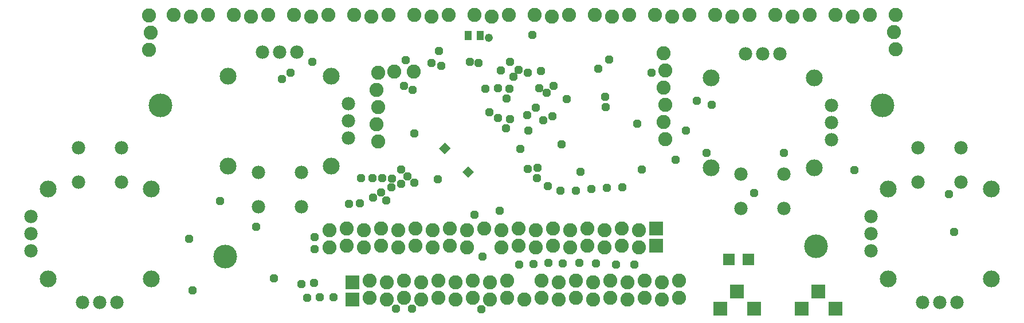
<source format=gbs>
G75*
G70*
%OFA0B0*%
%FSLAX24Y24*%
%IPPOS*%
%LPD*%
%AMOC8*
5,1,8,0,0,1.08239X$1,22.5*
%
%ADD10R,0.0395X0.0552*%
%ADD11R,0.0477X0.0477*%
%ADD12C,0.0980*%
%ADD13C,0.0780*%
%ADD14C,0.0820*%
%ADD15R,0.0674X0.0674*%
%ADD16R,0.0789X0.0789*%
%ADD17R,0.0820X0.0820*%
%ADD18C,0.1380*%
%ADD19C,0.0476*%
%ADD20OC8,0.0476*%
D10*
X032104Y024729D03*
X032813Y024729D03*
D11*
G36*
X030764Y017819D02*
X030428Y018155D01*
X030764Y018491D01*
X031100Y018155D01*
X030764Y017819D01*
G37*
G36*
X032123Y016461D02*
X031787Y016797D01*
X032123Y017133D01*
X032459Y016797D01*
X032123Y016461D01*
G37*
D12*
X024152Y017127D03*
X018152Y017127D03*
X013691Y015815D03*
X007691Y015815D03*
X007691Y010565D03*
X013691Y010565D03*
X018152Y022377D03*
X024152Y022377D03*
X046239Y022274D03*
X052239Y022274D03*
X052239Y017024D03*
X056545Y015815D03*
X062545Y015815D03*
X062545Y010565D03*
X056545Y010565D03*
X046239Y017024D03*
D13*
X009691Y009190D03*
X010691Y009190D03*
X011691Y009190D03*
X006691Y012190D03*
X006691Y013190D03*
X006691Y014190D03*
X009441Y016190D03*
X011941Y016190D03*
X011941Y018190D03*
X009441Y018190D03*
X019902Y016752D03*
X022402Y016752D03*
X022402Y014752D03*
X019902Y014752D03*
X025152Y018752D03*
X025152Y019752D03*
X025152Y020752D03*
X022152Y023752D03*
X021152Y023752D03*
X020152Y023752D03*
X047989Y016649D03*
X050489Y016649D03*
X050489Y014649D03*
X047989Y014649D03*
X053239Y018649D03*
X053239Y019649D03*
X053239Y020649D03*
X058295Y018190D03*
X060795Y018190D03*
X060795Y016190D03*
X058295Y016190D03*
X055545Y014190D03*
X055545Y013190D03*
X055545Y012190D03*
X058545Y009190D03*
X059545Y009190D03*
X060545Y009190D03*
X050239Y023649D03*
X049239Y023649D03*
X048239Y023649D03*
D14*
X048491Y025940D03*
X047491Y025840D03*
X046491Y025940D03*
X044991Y025940D03*
X043991Y025840D03*
X042991Y025940D03*
X041491Y025940D03*
X040491Y025840D03*
X039491Y025940D03*
X037991Y025940D03*
X036991Y025840D03*
X035991Y025940D03*
X034491Y025940D03*
X033491Y025840D03*
X032491Y025940D03*
X030991Y025940D03*
X029991Y025840D03*
X028991Y025940D03*
X027491Y025940D03*
X026491Y025840D03*
X025491Y025940D03*
X023991Y025940D03*
X022991Y025840D03*
X021991Y025940D03*
X020491Y025940D03*
X019491Y025840D03*
X018491Y025940D03*
X016991Y025940D03*
X015991Y025840D03*
X014991Y025940D03*
X013555Y025911D03*
X013655Y024911D03*
X013555Y023911D03*
X026899Y022574D03*
X027821Y022640D03*
X028961Y022640D03*
X026799Y021574D03*
X026899Y020574D03*
X026799Y019574D03*
X026899Y018574D03*
X027039Y013490D03*
X028039Y013390D03*
X029039Y013490D03*
X030039Y013390D03*
X031039Y013490D03*
X032039Y013390D03*
X033039Y013490D03*
X034039Y013390D03*
X035039Y013490D03*
X036039Y013390D03*
X037039Y013490D03*
X038039Y013390D03*
X039039Y013490D03*
X040039Y013390D03*
X041039Y013490D03*
X042039Y013390D03*
X042039Y012390D03*
X041039Y012490D03*
X040039Y012390D03*
X039039Y012490D03*
X038039Y012390D03*
X037039Y012490D03*
X036039Y012390D03*
X035039Y012490D03*
X034039Y012390D03*
X032039Y012390D03*
X031039Y012490D03*
X030039Y012390D03*
X029039Y012490D03*
X028039Y012390D03*
X027039Y012490D03*
X026039Y012390D03*
X025039Y012490D03*
X024039Y012390D03*
X024039Y013390D03*
X025039Y013490D03*
X026039Y013390D03*
X026377Y010480D03*
X027377Y010380D03*
X028377Y010480D03*
X029377Y010380D03*
X030377Y010480D03*
X031377Y010380D03*
X032377Y010480D03*
X033377Y010380D03*
X034377Y010480D03*
X034377Y009480D03*
X035377Y009380D03*
X036377Y009480D03*
X037377Y009380D03*
X038377Y009480D03*
X039377Y009380D03*
X040377Y009480D03*
X041377Y009380D03*
X042377Y009480D03*
X043377Y009380D03*
X044377Y009480D03*
X044377Y010480D03*
X043377Y010380D03*
X042377Y010480D03*
X041377Y010380D03*
X040377Y010480D03*
X039377Y010380D03*
X038377Y010480D03*
X037377Y010380D03*
X036377Y010480D03*
X033377Y009380D03*
X032377Y009480D03*
X031377Y009380D03*
X030377Y009480D03*
X029377Y009380D03*
X028377Y009480D03*
X027377Y009380D03*
X026377Y009480D03*
X043590Y018694D03*
X043490Y019694D03*
X043590Y020694D03*
X043490Y021694D03*
X043590Y022694D03*
X043490Y023694D03*
X049991Y025940D03*
X050991Y025840D03*
X051991Y025940D03*
X053491Y025940D03*
X054491Y025840D03*
X055491Y025940D03*
X056984Y025929D03*
X056884Y024929D03*
X056984Y023929D03*
D15*
X048403Y011686D03*
X047285Y011686D03*
D16*
X047754Y009826D03*
X048738Y008841D03*
X046769Y008841D03*
X051512Y008841D03*
X053480Y008841D03*
X052496Y009826D03*
D17*
X043039Y012490D03*
X043039Y013490D03*
X025377Y010380D03*
X025377Y009380D03*
D18*
X017986Y011863D03*
X014203Y020673D03*
X052356Y012454D03*
X056213Y020670D03*
D19*
X033320Y024588D03*
D20*
X032721Y023120D03*
X032201Y023210D03*
X034009Y022691D03*
X034754Y022328D03*
X035041Y022740D03*
X035586Y022564D03*
X036343Y022656D03*
X037080Y021785D03*
X036691Y021390D03*
X036240Y021672D03*
X037842Y021038D03*
X037009Y020025D03*
X036478Y019785D03*
X035545Y020092D03*
X036053Y020521D03*
X034557Y019855D03*
X034306Y019347D03*
X033852Y019934D03*
X033336Y020249D03*
X034341Y021070D03*
X034521Y021630D03*
X033841Y021650D03*
X033117Y021647D03*
X030551Y022952D03*
X029981Y023130D03*
X030427Y023826D03*
X028478Y023293D03*
X028391Y021810D03*
X028881Y021550D03*
X028997Y019045D03*
X028211Y016919D03*
X028586Y016540D03*
X028980Y016175D03*
X028217Y016084D03*
X027664Y015882D03*
X027050Y015610D03*
X026580Y015285D03*
X027347Y015145D03*
X025826Y014977D03*
X025170Y014944D03*
X025884Y016433D03*
X026533Y016442D03*
X027102Y016433D03*
X027671Y016412D03*
X030336Y016369D03*
X032491Y014290D03*
X033961Y014530D03*
X036741Y015980D03*
X036121Y016430D03*
X036141Y017020D03*
X035591Y016970D03*
X035136Y018142D03*
X035620Y019206D03*
X037551Y018410D03*
X038648Y016789D03*
X038391Y015690D03*
X037491Y015690D03*
X039291Y015790D03*
X040191Y015860D03*
X041091Y015890D03*
X042201Y016920D03*
X044191Y017490D03*
X045991Y017890D03*
X044797Y019186D03*
X041939Y019611D03*
X040131Y020580D03*
X040081Y021180D03*
X042789Y022572D03*
X040330Y023340D03*
X039697Y022790D03*
X035860Y024777D03*
X034542Y023203D03*
X045427Y020918D03*
X046291Y020690D03*
X050491Y017890D03*
X054591Y016890D03*
X060091Y015490D03*
X060391Y013290D03*
X048741Y015580D03*
X041791Y011410D03*
X040721Y011400D03*
X039551Y011480D03*
X038591Y011490D03*
X037611Y011460D03*
X036791Y011490D03*
X035921Y011430D03*
X035091Y011410D03*
X032941Y011860D03*
X028852Y008832D03*
X027907Y008832D03*
X024291Y009490D03*
X023498Y009501D03*
X022734Y009458D03*
X022423Y010265D03*
X023143Y010328D03*
X020820Y010603D03*
X023191Y012290D03*
X023191Y012990D03*
X019791Y013590D03*
X017691Y015090D03*
X015891Y012890D03*
X016091Y009890D03*
X032891Y008790D03*
X021291Y022190D03*
X021769Y022566D03*
X023035Y023201D03*
M02*

</source>
